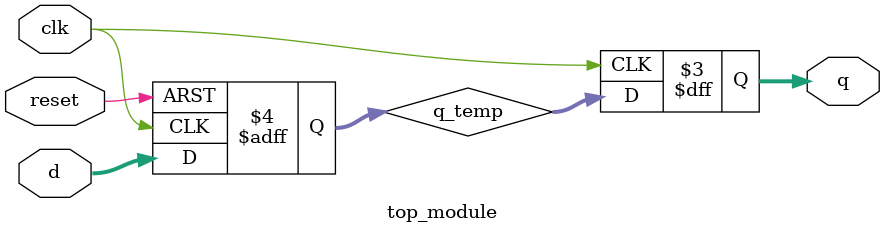
<source format=sv>
module top_module(
    input clk,
    input [7:0] d,
    input reset,
    output reg [7:0] q);

    reg [7:0] q_temp;

    always @(negedge clk or posedge reset) begin
        if (reset) begin
            q_temp <= 8'b00110100;
        end else begin
            q_temp <= d;
        end
    end

    always @(posedge clk) begin
        q <= q_temp;
    end

endmodule

</source>
